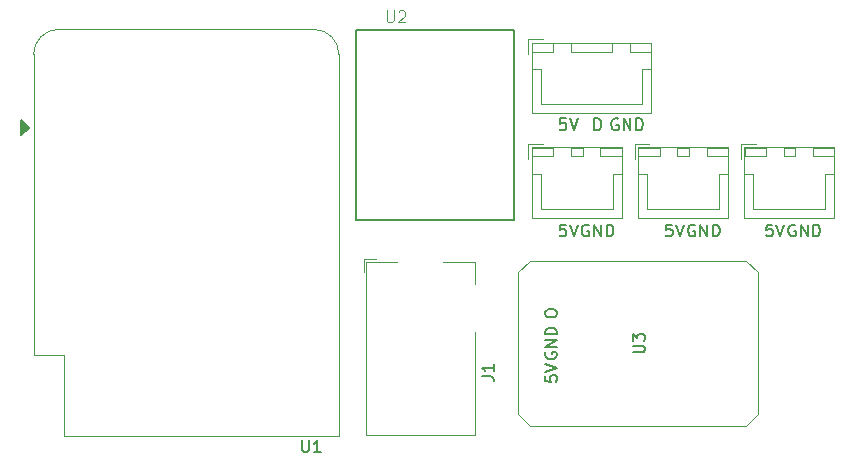
<source format=gbr>
G04 #@! TF.GenerationSoftware,KiCad,Pcbnew,(5.1.5)-3*
G04 #@! TF.CreationDate,2021-02-16T20:40:51+01:00*
G04 #@! TF.ProjectId,Nanoleafs,4e616e6f-6c65-4616-9673-2e6b69636164,rev?*
G04 #@! TF.SameCoordinates,Original*
G04 #@! TF.FileFunction,Legend,Top*
G04 #@! TF.FilePolarity,Positive*
%FSLAX46Y46*%
G04 Gerber Fmt 4.6, Leading zero omitted, Abs format (unit mm)*
G04 Created by KiCad (PCBNEW (5.1.5)-3) date 2021-02-16 20:40:51*
%MOMM*%
%LPD*%
G04 APERTURE LIST*
%ADD10C,0.150000*%
%ADD11C,0.120000*%
%ADD12C,0.127000*%
%ADD13C,0.015000*%
G04 APERTURE END LIST*
D10*
X105238095Y-34500000D02*
X105142857Y-34452380D01*
X105000000Y-34452380D01*
X104857142Y-34500000D01*
X104761904Y-34595238D01*
X104714285Y-34690476D01*
X104666666Y-34880952D01*
X104666666Y-35023809D01*
X104714285Y-35214285D01*
X104761904Y-35309523D01*
X104857142Y-35404761D01*
X105000000Y-35452380D01*
X105095238Y-35452380D01*
X105238095Y-35404761D01*
X105285714Y-35357142D01*
X105285714Y-35023809D01*
X105095238Y-35023809D01*
X105714285Y-35452380D02*
X105714285Y-34452380D01*
X106285714Y-35452380D01*
X106285714Y-34452380D01*
X106761904Y-35452380D02*
X106761904Y-34452380D01*
X107000000Y-34452380D01*
X107142857Y-34500000D01*
X107238095Y-34595238D01*
X107285714Y-34690476D01*
X107333333Y-34880952D01*
X107333333Y-35023809D01*
X107285714Y-35214285D01*
X107238095Y-35309523D01*
X107142857Y-35404761D01*
X107000000Y-35452380D01*
X106761904Y-35452380D01*
X103309523Y-34452380D02*
X102833333Y-34452380D01*
X102785714Y-34928571D01*
X102833333Y-34880952D01*
X102928571Y-34833333D01*
X103166666Y-34833333D01*
X103261904Y-34880952D01*
X103309523Y-34928571D01*
X103357142Y-35023809D01*
X103357142Y-35261904D01*
X103309523Y-35357142D01*
X103261904Y-35404761D01*
X103166666Y-35452380D01*
X102928571Y-35452380D01*
X102833333Y-35404761D01*
X102785714Y-35357142D01*
X103642857Y-34452380D02*
X103976190Y-35452380D01*
X104309523Y-34452380D01*
X88238095Y-26452380D02*
X88238095Y-25452380D01*
X88476190Y-25452380D01*
X88619047Y-25500000D01*
X88714285Y-25595238D01*
X88761904Y-25690476D01*
X88809523Y-25880952D01*
X88809523Y-26023809D01*
X88761904Y-26214285D01*
X88714285Y-26309523D01*
X88619047Y-26404761D01*
X88476190Y-26452380D01*
X88238095Y-26452380D01*
X90238095Y-25500000D02*
X90142857Y-25452380D01*
X90000000Y-25452380D01*
X89857142Y-25500000D01*
X89761904Y-25595238D01*
X89714285Y-25690476D01*
X89666666Y-25880952D01*
X89666666Y-26023809D01*
X89714285Y-26214285D01*
X89761904Y-26309523D01*
X89857142Y-26404761D01*
X90000000Y-26452380D01*
X90095238Y-26452380D01*
X90238095Y-26404761D01*
X90285714Y-26357142D01*
X90285714Y-26023809D01*
X90095238Y-26023809D01*
X90714285Y-26452380D02*
X90714285Y-25452380D01*
X91285714Y-26452380D01*
X91285714Y-25452380D01*
X91761904Y-26452380D02*
X91761904Y-25452380D01*
X92000000Y-25452380D01*
X92142857Y-25500000D01*
X92238095Y-25595238D01*
X92285714Y-25690476D01*
X92333333Y-25880952D01*
X92333333Y-26023809D01*
X92285714Y-26214285D01*
X92238095Y-26309523D01*
X92142857Y-26404761D01*
X92000000Y-26452380D01*
X91761904Y-26452380D01*
X85809523Y-25452380D02*
X85333333Y-25452380D01*
X85285714Y-25928571D01*
X85333333Y-25880952D01*
X85428571Y-25833333D01*
X85666666Y-25833333D01*
X85761904Y-25880952D01*
X85809523Y-25928571D01*
X85857142Y-26023809D01*
X85857142Y-26261904D01*
X85809523Y-26357142D01*
X85761904Y-26404761D01*
X85666666Y-26452380D01*
X85428571Y-26452380D01*
X85333333Y-26404761D01*
X85285714Y-26357142D01*
X86142857Y-25452380D02*
X86476190Y-26452380D01*
X86809523Y-25452380D01*
X96738095Y-34500000D02*
X96642857Y-34452380D01*
X96500000Y-34452380D01*
X96357142Y-34500000D01*
X96261904Y-34595238D01*
X96214285Y-34690476D01*
X96166666Y-34880952D01*
X96166666Y-35023809D01*
X96214285Y-35214285D01*
X96261904Y-35309523D01*
X96357142Y-35404761D01*
X96500000Y-35452380D01*
X96595238Y-35452380D01*
X96738095Y-35404761D01*
X96785714Y-35357142D01*
X96785714Y-35023809D01*
X96595238Y-35023809D01*
X97214285Y-35452380D02*
X97214285Y-34452380D01*
X97785714Y-35452380D01*
X97785714Y-34452380D01*
X98261904Y-35452380D02*
X98261904Y-34452380D01*
X98500000Y-34452380D01*
X98642857Y-34500000D01*
X98738095Y-34595238D01*
X98785714Y-34690476D01*
X98833333Y-34880952D01*
X98833333Y-35023809D01*
X98785714Y-35214285D01*
X98738095Y-35309523D01*
X98642857Y-35404761D01*
X98500000Y-35452380D01*
X98261904Y-35452380D01*
X94809523Y-34452380D02*
X94333333Y-34452380D01*
X94285714Y-34928571D01*
X94333333Y-34880952D01*
X94428571Y-34833333D01*
X94666666Y-34833333D01*
X94761904Y-34880952D01*
X94809523Y-34928571D01*
X94857142Y-35023809D01*
X94857142Y-35261904D01*
X94809523Y-35357142D01*
X94761904Y-35404761D01*
X94666666Y-35452380D01*
X94428571Y-35452380D01*
X94333333Y-35404761D01*
X94285714Y-35357142D01*
X95142857Y-34452380D02*
X95476190Y-35452380D01*
X95809523Y-34452380D01*
X87738095Y-34500000D02*
X87642857Y-34452380D01*
X87500000Y-34452380D01*
X87357142Y-34500000D01*
X87261904Y-34595238D01*
X87214285Y-34690476D01*
X87166666Y-34880952D01*
X87166666Y-35023809D01*
X87214285Y-35214285D01*
X87261904Y-35309523D01*
X87357142Y-35404761D01*
X87500000Y-35452380D01*
X87595238Y-35452380D01*
X87738095Y-35404761D01*
X87785714Y-35357142D01*
X87785714Y-35023809D01*
X87595238Y-35023809D01*
X88214285Y-35452380D02*
X88214285Y-34452380D01*
X88785714Y-35452380D01*
X88785714Y-34452380D01*
X89261904Y-35452380D02*
X89261904Y-34452380D01*
X89500000Y-34452380D01*
X89642857Y-34500000D01*
X89738095Y-34595238D01*
X89785714Y-34690476D01*
X89833333Y-34880952D01*
X89833333Y-35023809D01*
X89785714Y-35214285D01*
X89738095Y-35309523D01*
X89642857Y-35404761D01*
X89500000Y-35452380D01*
X89261904Y-35452380D01*
X85809523Y-34452380D02*
X85333333Y-34452380D01*
X85285714Y-34928571D01*
X85333333Y-34880952D01*
X85428571Y-34833333D01*
X85666666Y-34833333D01*
X85761904Y-34880952D01*
X85809523Y-34928571D01*
X85857142Y-35023809D01*
X85857142Y-35261904D01*
X85809523Y-35357142D01*
X85761904Y-35404761D01*
X85666666Y-35452380D01*
X85428571Y-35452380D01*
X85333333Y-35404761D01*
X85285714Y-35357142D01*
X86142857Y-34452380D02*
X86476190Y-35452380D01*
X86809523Y-34452380D01*
D11*
X100650000Y-27625000D02*
X100650000Y-28875000D01*
X101900000Y-27625000D02*
X100650000Y-27625000D01*
X107800000Y-33125000D02*
X104750000Y-33125000D01*
X107800000Y-30175000D02*
X107800000Y-33125000D01*
X108550000Y-30175000D02*
X107800000Y-30175000D01*
X101700000Y-33125000D02*
X104750000Y-33125000D01*
X101700000Y-30175000D02*
X101700000Y-33125000D01*
X100950000Y-30175000D02*
X101700000Y-30175000D01*
X108550000Y-27925000D02*
X106750000Y-27925000D01*
X108550000Y-28675000D02*
X108550000Y-27925000D01*
X106750000Y-28675000D02*
X108550000Y-28675000D01*
X106750000Y-27925000D02*
X106750000Y-28675000D01*
X102750000Y-27925000D02*
X100950000Y-27925000D01*
X102750000Y-28675000D02*
X102750000Y-27925000D01*
X100950000Y-28675000D02*
X102750000Y-28675000D01*
X100950000Y-27925000D02*
X100950000Y-28675000D01*
X105250000Y-27925000D02*
X104250000Y-27925000D01*
X105250000Y-28675000D02*
X105250000Y-27925000D01*
X104250000Y-28675000D02*
X105250000Y-28675000D01*
X104250000Y-27925000D02*
X104250000Y-28675000D01*
X108560000Y-27915000D02*
X100940000Y-27915000D01*
X108560000Y-33885000D02*
X108560000Y-27915000D01*
X100940000Y-33885000D02*
X108560000Y-33885000D01*
X100940000Y-27915000D02*
X100940000Y-33885000D01*
X68900000Y-37600000D02*
X71500000Y-37600000D01*
X68900000Y-52300000D02*
X68900000Y-37600000D01*
X78100000Y-37600000D02*
X78100000Y-39500000D01*
X75400000Y-37600000D02*
X78100000Y-37600000D01*
X78100000Y-52300000D02*
X68900000Y-52300000D01*
X78100000Y-43500000D02*
X78100000Y-52300000D01*
X68700000Y-38450000D02*
X68700000Y-37400000D01*
X69750000Y-37400000D02*
X68700000Y-37400000D01*
X102050000Y-50500000D02*
X102050000Y-38500000D01*
X82750000Y-51500000D02*
X101050000Y-51500000D01*
X81750000Y-38500000D02*
X81750000Y-50500000D01*
X101050000Y-37500000D02*
X82750000Y-37500000D01*
X102050000Y-50500000D02*
X101050000Y-51500000D01*
X102050000Y-38500000D02*
X101050000Y-37500000D01*
X82750000Y-37500000D02*
X81750000Y-38500000D01*
X82750000Y-51500000D02*
X81750000Y-50500000D01*
X91650000Y-27625000D02*
X91650000Y-28875000D01*
X92900000Y-27625000D02*
X91650000Y-27625000D01*
X98800000Y-33125000D02*
X95750000Y-33125000D01*
X98800000Y-30175000D02*
X98800000Y-33125000D01*
X99550000Y-30175000D02*
X98800000Y-30175000D01*
X92700000Y-33125000D02*
X95750000Y-33125000D01*
X92700000Y-30175000D02*
X92700000Y-33125000D01*
X91950000Y-30175000D02*
X92700000Y-30175000D01*
X99550000Y-27925000D02*
X97750000Y-27925000D01*
X99550000Y-28675000D02*
X99550000Y-27925000D01*
X97750000Y-28675000D02*
X99550000Y-28675000D01*
X97750000Y-27925000D02*
X97750000Y-28675000D01*
X93750000Y-27925000D02*
X91950000Y-27925000D01*
X93750000Y-28675000D02*
X93750000Y-27925000D01*
X91950000Y-28675000D02*
X93750000Y-28675000D01*
X91950000Y-27925000D02*
X91950000Y-28675000D01*
X96250000Y-27925000D02*
X95250000Y-27925000D01*
X96250000Y-28675000D02*
X96250000Y-27925000D01*
X95250000Y-28675000D02*
X96250000Y-28675000D01*
X95250000Y-27925000D02*
X95250000Y-28675000D01*
X99560000Y-27915000D02*
X91940000Y-27915000D01*
X99560000Y-33885000D02*
X99560000Y-27915000D01*
X91940000Y-33885000D02*
X99560000Y-33885000D01*
X91940000Y-27915000D02*
X91940000Y-33885000D01*
X82650000Y-27625000D02*
X82650000Y-28875000D01*
X83900000Y-27625000D02*
X82650000Y-27625000D01*
X89800000Y-33125000D02*
X86750000Y-33125000D01*
X89800000Y-30175000D02*
X89800000Y-33125000D01*
X90550000Y-30175000D02*
X89800000Y-30175000D01*
X83700000Y-33125000D02*
X86750000Y-33125000D01*
X83700000Y-30175000D02*
X83700000Y-33125000D01*
X82950000Y-30175000D02*
X83700000Y-30175000D01*
X90550000Y-27925000D02*
X88750000Y-27925000D01*
X90550000Y-28675000D02*
X90550000Y-27925000D01*
X88750000Y-28675000D02*
X90550000Y-28675000D01*
X88750000Y-27925000D02*
X88750000Y-28675000D01*
X84750000Y-27925000D02*
X82950000Y-27925000D01*
X84750000Y-28675000D02*
X84750000Y-27925000D01*
X82950000Y-28675000D02*
X84750000Y-28675000D01*
X82950000Y-27925000D02*
X82950000Y-28675000D01*
X87250000Y-27925000D02*
X86250000Y-27925000D01*
X87250000Y-28675000D02*
X87250000Y-27925000D01*
X86250000Y-28675000D02*
X87250000Y-28675000D01*
X86250000Y-27925000D02*
X86250000Y-28675000D01*
X90560000Y-27915000D02*
X82940000Y-27915000D01*
X90560000Y-33885000D02*
X90560000Y-27915000D01*
X82940000Y-33885000D02*
X90560000Y-33885000D01*
X82940000Y-27915000D02*
X82940000Y-33885000D01*
X82650000Y-18750000D02*
X82650000Y-20000000D01*
X83900000Y-18750000D02*
X82650000Y-18750000D01*
X92300000Y-24250000D02*
X88000000Y-24250000D01*
X92300000Y-21300000D02*
X92300000Y-24250000D01*
X93050000Y-21300000D02*
X92300000Y-21300000D01*
X83700000Y-24250000D02*
X88000000Y-24250000D01*
X83700000Y-21300000D02*
X83700000Y-24250000D01*
X82950000Y-21300000D02*
X83700000Y-21300000D01*
X93050000Y-19050000D02*
X91250000Y-19050000D01*
X93050000Y-19800000D02*
X93050000Y-19050000D01*
X91250000Y-19800000D02*
X93050000Y-19800000D01*
X91250000Y-19050000D02*
X91250000Y-19800000D01*
X84750000Y-19050000D02*
X82950000Y-19050000D01*
X84750000Y-19800000D02*
X84750000Y-19050000D01*
X82950000Y-19800000D02*
X84750000Y-19800000D01*
X82950000Y-19050000D02*
X82950000Y-19800000D01*
X89750000Y-19050000D02*
X86250000Y-19050000D01*
X89750000Y-19800000D02*
X89750000Y-19050000D01*
X86250000Y-19800000D02*
X89750000Y-19800000D01*
X86250000Y-19050000D02*
X86250000Y-19800000D01*
X93060000Y-19040000D02*
X82940000Y-19040000D01*
X93060000Y-25010000D02*
X93060000Y-19040000D01*
X82940000Y-25010000D02*
X93060000Y-25010000D01*
X82940000Y-19040000D02*
X82940000Y-25010000D01*
D12*
X81415000Y-17975000D02*
X81415000Y-34025000D01*
X81415000Y-34025000D02*
X68085000Y-34025000D01*
X68085000Y-34025000D02*
X68085000Y-17975000D01*
X68085000Y-17975000D02*
X81415000Y-17975000D01*
D11*
X64480000Y-17910000D02*
G75*
G02X66610000Y-20040000I0J-2130000D01*
G01*
X40750000Y-20040000D02*
G75*
G02X42880000Y-17910000I2130000J0D01*
G01*
X43290000Y-45470000D02*
X43290000Y-52370000D01*
X40750000Y-45470000D02*
X43290000Y-45470000D01*
D10*
G36*
X39710000Y-25615000D02*
G01*
X39710000Y-26885000D01*
X40345000Y-26250000D01*
X39710000Y-25615000D01*
G37*
X39710000Y-25615000D02*
X39710000Y-26885000D01*
X40345000Y-26250000D01*
X39710000Y-25615000D01*
D11*
X64490000Y-17910000D02*
X42880000Y-17910000D01*
X66610000Y-52370000D02*
X66610000Y-20040000D01*
X40750000Y-45470000D02*
X40750000Y-20040000D01*
X43290000Y-52370000D02*
X66610000Y-52370000D01*
D10*
X78702380Y-47283333D02*
X79416666Y-47283333D01*
X79559523Y-47330952D01*
X79654761Y-47426190D01*
X79702380Y-47569047D01*
X79702380Y-47664285D01*
X79702380Y-46283333D02*
X79702380Y-46854761D01*
X79702380Y-46569047D02*
X78702380Y-46569047D01*
X78845238Y-46664285D01*
X78940476Y-46759523D01*
X78988095Y-46854761D01*
X91502380Y-45261904D02*
X92311904Y-45261904D01*
X92407142Y-45214285D01*
X92454761Y-45166666D01*
X92502380Y-45071428D01*
X92502380Y-44880952D01*
X92454761Y-44785714D01*
X92407142Y-44738095D01*
X92311904Y-44690476D01*
X91502380Y-44690476D01*
X91502380Y-44309523D02*
X91502380Y-43690476D01*
X91883333Y-44023809D01*
X91883333Y-43880952D01*
X91930952Y-43785714D01*
X91978571Y-43738095D01*
X92073809Y-43690476D01*
X92311904Y-43690476D01*
X92407142Y-43738095D01*
X92454761Y-43785714D01*
X92502380Y-43880952D01*
X92502380Y-44166666D01*
X92454761Y-44261904D01*
X92407142Y-44309523D01*
X84057380Y-42055238D02*
X84057380Y-41864761D01*
X84105000Y-41769523D01*
X84200238Y-41674285D01*
X84390714Y-41626666D01*
X84724047Y-41626666D01*
X84914523Y-41674285D01*
X85009761Y-41769523D01*
X85057380Y-41864761D01*
X85057380Y-42055238D01*
X85009761Y-42150476D01*
X84914523Y-42245714D01*
X84724047Y-42293333D01*
X84390714Y-42293333D01*
X84200238Y-42245714D01*
X84105000Y-42150476D01*
X84057380Y-42055238D01*
X84105000Y-45261904D02*
X84057380Y-45357142D01*
X84057380Y-45500000D01*
X84105000Y-45642857D01*
X84200238Y-45738095D01*
X84295476Y-45785714D01*
X84485952Y-45833333D01*
X84628809Y-45833333D01*
X84819285Y-45785714D01*
X84914523Y-45738095D01*
X85009761Y-45642857D01*
X85057380Y-45500000D01*
X85057380Y-45404761D01*
X85009761Y-45261904D01*
X84962142Y-45214285D01*
X84628809Y-45214285D01*
X84628809Y-45404761D01*
X85057380Y-44785714D02*
X84057380Y-44785714D01*
X85057380Y-44214285D01*
X84057380Y-44214285D01*
X85057380Y-43738095D02*
X84057380Y-43738095D01*
X84057380Y-43500000D01*
X84105000Y-43357142D01*
X84200238Y-43261904D01*
X84295476Y-43214285D01*
X84485952Y-43166666D01*
X84628809Y-43166666D01*
X84819285Y-43214285D01*
X84914523Y-43261904D01*
X85009761Y-43357142D01*
X85057380Y-43500000D01*
X85057380Y-43738095D01*
X84057380Y-47230476D02*
X84057380Y-47706666D01*
X84533571Y-47754285D01*
X84485952Y-47706666D01*
X84438333Y-47611428D01*
X84438333Y-47373333D01*
X84485952Y-47278095D01*
X84533571Y-47230476D01*
X84628809Y-47182857D01*
X84866904Y-47182857D01*
X84962142Y-47230476D01*
X85009761Y-47278095D01*
X85057380Y-47373333D01*
X85057380Y-47611428D01*
X85009761Y-47706666D01*
X84962142Y-47754285D01*
X84057380Y-46897142D02*
X85057380Y-46563809D01*
X84057380Y-46230476D01*
D13*
X70663095Y-16317380D02*
X70663095Y-17126904D01*
X70710714Y-17222142D01*
X70758333Y-17269761D01*
X70853571Y-17317380D01*
X71044047Y-17317380D01*
X71139285Y-17269761D01*
X71186904Y-17222142D01*
X71234523Y-17126904D01*
X71234523Y-16317380D01*
X71663095Y-16412619D02*
X71710714Y-16365000D01*
X71805952Y-16317380D01*
X72044047Y-16317380D01*
X72139285Y-16365000D01*
X72186904Y-16412619D01*
X72234523Y-16507857D01*
X72234523Y-16603095D01*
X72186904Y-16745952D01*
X71615476Y-17317380D01*
X72234523Y-17317380D01*
D10*
X63488095Y-52702380D02*
X63488095Y-53511904D01*
X63535714Y-53607142D01*
X63583333Y-53654761D01*
X63678571Y-53702380D01*
X63869047Y-53702380D01*
X63964285Y-53654761D01*
X64011904Y-53607142D01*
X64059523Y-53511904D01*
X64059523Y-52702380D01*
X65059523Y-53702380D02*
X64488095Y-53702380D01*
X64773809Y-53702380D02*
X64773809Y-52702380D01*
X64678571Y-52845238D01*
X64583333Y-52940476D01*
X64488095Y-52988095D01*
M02*

</source>
